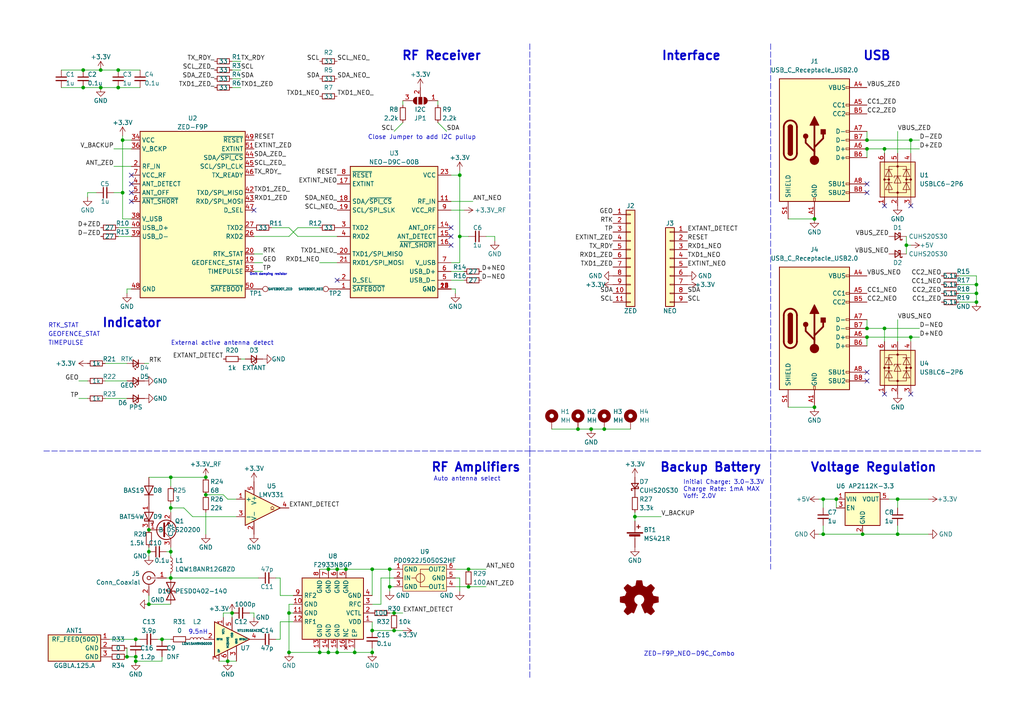
<source format=kicad_sch>
(kicad_sch (version 20211123) (generator eeschema)
  (paper "A4")
  (junction (at 283.21 82.55))
  (junction (at 100.33 165.1))
  (junction (at 49.53 167.64))
  (junction (at 24.13 25.4))
  (junction (at 39.37 191.77))
  (junction (at 135.89 165.1))
  (junction (at 83.82 177.8))
  (junction (at 43.18 175.26))
  (junction (at 95.25 189.23))
  (junction (at 39.37 190.5))
  (junction (at 49.53 147.32))
  (junction (at 113.03 170.18))
  (junction (at 171.45 124.46))
  (junction (at 83.82 189.23))
  (junction (at 97.79 165.1))
  (junction (at 251.46 95.25))
  (junction (at 46.99 185.42))
  (junction (at 264.16 97.79))
  (junction (at 29.21 20.32))
  (junction (at 43.18 153.67))
  (junction (at 35.56 55.88))
  (junction (at 49.53 138.43))
  (junction (at 256.54 95.25))
  (junction (at 59.69 143.51))
  (junction (at 114.3 182.88))
  (junction (at 260.35 154.94))
  (junction (at 29.21 25.4))
  (junction (at 34.29 25.4))
  (junction (at 43.18 160.02))
  (junction (at 242.57 144.78))
  (junction (at 238.76 154.94))
  (junction (at 97.79 189.23))
  (junction (at 34.29 20.32))
  (junction (at 283.21 87.63))
  (junction (at 107.95 165.1))
  (junction (at 49.53 160.02))
  (junction (at 167.64 124.46))
  (junction (at 250.19 154.94))
  (junction (at 95.25 165.1))
  (junction (at 67.31 177.8))
  (junction (at 24.13 20.32))
  (junction (at 59.69 138.43))
  (junction (at 251.46 40.64))
  (junction (at 133.35 50.8))
  (junction (at 184.15 149.86))
  (junction (at 66.04 191.77))
  (junction (at 135.89 170.18))
  (junction (at 107.95 189.23))
  (junction (at 260.35 144.78))
  (junction (at 36.83 190.5))
  (junction (at 107.95 182.88))
  (junction (at 264.16 40.64))
  (junction (at 35.56 40.64))
  (junction (at 256.54 43.18))
  (junction (at 283.21 85.09))
  (junction (at 262.89 71.12))
  (junction (at 238.76 144.78))
  (junction (at 236.22 63.5))
  (junction (at 175.26 124.46))
  (junction (at 236.22 118.11))
  (junction (at 92.71 189.23))
  (junction (at 39.37 185.42))
  (junction (at 113.03 165.1))
  (junction (at 251.46 43.18))
  (junction (at 114.3 177.8))
  (junction (at 133.35 68.58))
  (junction (at 251.46 97.79))
  (junction (at 102.87 189.23))
  (no_connect (at 38.1 50.8))
  (no_connect (at 130.81 71.12))
  (no_connect (at 251.46 53.34))
  (no_connect (at 38.1 55.88))
  (no_connect (at 130.81 66.04))
  (no_connect (at 130.81 68.58))
  (no_connect (at 256.54 114.3))
  (no_connect (at 264.16 114.3))
  (no_connect (at 251.46 55.88))
  (no_connect (at 38.1 53.34))
  (no_connect (at 251.46 110.49))
  (no_connect (at 256.54 59.69))
  (no_connect (at 251.46 107.95))
  (no_connect (at 264.16 59.69))
  (no_connect (at 38.1 58.42))
  (no_connect (at 73.66 60.96))
  (no_connect (at 97.79 81.28))
  (wire (pts (xy 278.13 85.09) (xy 283.21 85.09)))
  (wire (pts (xy 83.82 175.26) (xy 83.82 177.8)))
  (wire (pts (xy 83.82 177.8) (xy 83.82 189.23)))
  (wire (pts (xy 49.53 166.37) (xy 49.53 167.64)))
  (wire (pts (xy 143.51 69.85) (xy 143.51 68.58)))
  (wire (pts (xy 92.71 76.2) (xy 97.79 76.2)))
  (polyline (pts (xy 153.67 130.81) (xy 223.52 130.81)))
  (wire (pts (xy 113.03 170.18) (xy 113.03 171.45)))
  (wire (pts (xy 55.88 149.86) (xy 68.58 149.86)))
  (wire (pts (xy 73.66 68.58) (xy 83.82 68.58)))
  (wire (pts (xy 63.5 191.77) (xy 66.04 191.77)))
  (wire (pts (xy 53.34 147.32) (xy 55.88 149.86)))
  (wire (pts (xy 67.31 22.86) (xy 69.85 22.86)))
  (wire (pts (xy 29.21 20.32) (xy 34.29 20.32)))
  (wire (pts (xy 49.53 147.32) (xy 53.34 147.32)))
  (wire (pts (xy 127 29.21) (xy 127 30.48)))
  (wire (pts (xy 264.16 71.12) (xy 262.89 71.12)))
  (wire (pts (xy 228.6 118.11) (xy 236.22 118.11)))
  (wire (pts (xy 35.56 40.64) (xy 38.1 40.64)))
  (wire (pts (xy 237.49 154.94) (xy 238.76 154.94)))
  (wire (pts (xy 46.99 191.77) (xy 39.37 191.77)))
  (wire (pts (xy 43.18 175.26) (xy 43.18 172.72)))
  (wire (pts (xy 48.26 167.64) (xy 49.53 167.64)))
  (wire (pts (xy 95.25 165.1) (xy 92.71 165.1)))
  (wire (pts (xy 45.72 185.42) (xy 46.99 185.42)))
  (wire (pts (xy 260.35 147.32) (xy 260.35 144.78)))
  (wire (pts (xy 238.76 147.32) (xy 238.76 144.78)))
  (wire (pts (xy 260.35 38.1) (xy 260.35 44.45)))
  (wire (pts (xy 69.85 104.14) (xy 71.12 104.14)))
  (wire (pts (xy 80.01 185.42) (xy 81.28 185.42)))
  (wire (pts (xy 48.26 160.02) (xy 49.53 160.02)))
  (wire (pts (xy 85.09 175.26) (xy 83.82 175.26)))
  (wire (pts (xy 278.13 80.01) (xy 283.21 80.01)))
  (wire (pts (xy 78.74 66.04) (xy 83.82 66.04)))
  (wire (pts (xy 36.83 187.96) (xy 36.83 190.5)))
  (wire (pts (xy 116.84 30.48) (xy 116.84 29.21)))
  (wire (pts (xy 34.29 66.04) (xy 38.1 66.04)))
  (wire (pts (xy 39.37 185.42) (xy 40.64 185.42)))
  (wire (pts (xy 130.81 60.96) (xy 134.62 60.96)))
  (wire (pts (xy 33.02 55.88) (xy 35.56 55.88)))
  (wire (pts (xy 49.53 140.97) (xy 49.53 138.43)))
  (wire (pts (xy 256.54 43.18) (xy 256.54 44.45)))
  (wire (pts (xy 264.16 40.64) (xy 266.7 40.64)))
  (wire (pts (xy 95.25 187.96) (xy 95.25 189.23)))
  (wire (pts (xy 130.81 58.42) (xy 137.16 58.42)))
  (wire (pts (xy 107.95 165.1) (xy 100.33 165.1)))
  (wire (pts (xy 34.29 25.4) (xy 40.64 25.4)))
  (wire (pts (xy 102.87 187.96) (xy 102.87 189.23)))
  (wire (pts (xy 107.95 165.1) (xy 107.95 172.72)))
  (wire (pts (xy 135.89 165.1) (xy 140.97 165.1)))
  (wire (pts (xy 49.53 148.59) (xy 49.53 147.32)))
  (wire (pts (xy 256.54 95.25) (xy 256.54 99.06)))
  (wire (pts (xy 81.28 167.64) (xy 81.28 172.72)))
  (wire (pts (xy 238.76 144.78) (xy 242.57 144.78)))
  (wire (pts (xy 283.21 80.01) (xy 283.21 82.55)))
  (wire (pts (xy 184.15 149.86) (xy 191.77 149.86)))
  (wire (pts (xy 46.99 190.5) (xy 46.99 191.77)))
  (wire (pts (xy 76.2 76.2) (xy 73.66 76.2)))
  (wire (pts (xy 251.46 43.18) (xy 256.54 43.18)))
  (wire (pts (xy 72.39 177.8) (xy 73.66 177.8)))
  (wire (pts (xy 175.26 124.46) (xy 182.88 124.46)))
  (wire (pts (xy 86.36 66.04) (xy 92.71 66.04)))
  (wire (pts (xy 110.49 167.64) (xy 114.3 167.64)))
  (wire (pts (xy 130.81 78.74) (xy 134.62 78.74)))
  (wire (pts (xy 133.35 76.2) (xy 133.35 68.58)))
  (wire (pts (xy 132.08 83.82) (xy 130.81 83.82)))
  (wire (pts (xy 113.03 165.1) (xy 114.3 165.1)))
  (wire (pts (xy 24.13 20.32) (xy 17.78 20.32)))
  (wire (pts (xy 81.28 185.42) (xy 81.28 180.34)))
  (wire (pts (xy 100.33 165.1) (xy 97.79 165.1)))
  (wire (pts (xy 33.02 48.26) (xy 38.1 48.26)))
  (wire (pts (xy 256.54 95.25) (xy 266.7 95.25)))
  (wire (pts (xy 132.08 85.09) (xy 132.08 83.82)))
  (wire (pts (xy 35.56 55.88) (xy 35.56 40.64)))
  (wire (pts (xy 102.87 189.23) (xy 107.95 189.23)))
  (wire (pts (xy 114.3 177.8) (xy 116.84 177.8)))
  (wire (pts (xy 49.53 160.02) (xy 49.53 158.75)))
  (wire (pts (xy 251.46 40.64) (xy 264.16 40.64)))
  (wire (pts (xy 242.57 147.32) (xy 242.57 144.78)))
  (wire (pts (xy 256.54 43.18) (xy 266.7 43.18)))
  (wire (pts (xy 66.04 144.78) (xy 68.58 144.78)))
  (wire (pts (xy 64.77 179.07) (xy 64.77 177.8)))
  (wire (pts (xy 49.53 138.43) (xy 59.69 138.43)))
  (wire (pts (xy 133.35 68.58) (xy 133.35 50.8)))
  (wire (pts (xy 107.95 165.1) (xy 113.03 165.1)))
  (wire (pts (xy 143.51 68.58) (xy 140.97 68.58)))
  (wire (pts (xy 262.89 68.58) (xy 262.89 71.12)))
  (wire (pts (xy 67.31 25.4) (xy 69.85 25.4)))
  (wire (pts (xy 251.46 97.79) (xy 264.16 97.79)))
  (wire (pts (xy 114.3 38.1) (xy 116.84 35.56)))
  (wire (pts (xy 24.13 20.32) (xy 29.21 20.32)))
  (wire (pts (xy 283.21 82.55) (xy 283.21 85.09)))
  (wire (pts (xy 260.35 154.94) (xy 269.24 154.94)))
  (wire (pts (xy 76.2 78.74) (xy 73.66 78.74)))
  (wire (pts (xy 34.29 68.58) (xy 38.1 68.58)))
  (wire (pts (xy 251.46 100.33) (xy 251.46 97.79)))
  (polyline (pts (xy 153.67 12.7) (xy 153.67 130.81)))
  (wire (pts (xy 59.69 154.94) (xy 59.69 148.59)))
  (wire (pts (xy 135.89 170.18) (xy 140.97 170.18)))
  (wire (pts (xy 49.53 160.02) (xy 49.53 161.29)))
  (wire (pts (xy 64.77 143.51) (xy 66.04 144.78)))
  (wire (pts (xy 110.49 175.26) (xy 110.49 167.64)))
  (wire (pts (xy 67.31 17.78) (xy 69.85 17.78)))
  (wire (pts (xy 24.13 25.4) (xy 17.78 25.4)))
  (wire (pts (xy 35.56 40.64) (xy 35.56 39.37)))
  (wire (pts (xy 95.25 189.23) (xy 92.71 189.23)))
  (wire (pts (xy 264.16 97.79) (xy 266.7 97.79)))
  (wire (pts (xy 22.86 110.49) (xy 25.4 110.49)))
  (wire (pts (xy 30.48 115.57) (xy 36.83 115.57)))
  (wire (pts (xy 46.99 185.42) (xy 49.53 185.42)))
  (wire (pts (xy 86.36 66.04) (xy 83.82 68.58)))
  (wire (pts (xy 49.53 147.32) (xy 49.53 146.05)))
  (wire (pts (xy 43.18 105.41) (xy 41.91 105.41)))
  (wire (pts (xy 250.19 154.94) (xy 260.35 154.94)))
  (wire (pts (xy 73.66 177.8) (xy 73.66 179.07)))
  (wire (pts (xy 132.08 167.64) (xy 133.35 167.64)))
  (wire (pts (xy 38.1 63.5) (xy 35.56 63.5)))
  (wire (pts (xy 97.79 187.96) (xy 97.79 189.23)))
  (wire (pts (xy 107.95 175.26) (xy 110.49 175.26)))
  (wire (pts (xy 283.21 85.09) (xy 283.21 87.63)))
  (wire (pts (xy 86.36 68.58) (xy 83.82 66.04)))
  (wire (pts (xy 43.18 161.29) (xy 43.18 160.02)))
  (wire (pts (xy 36.83 83.82) (xy 38.1 83.82)))
  (wire (pts (xy 49.53 167.64) (xy 74.93 167.64)))
  (wire (pts (xy 33.02 43.18) (xy 38.1 43.18)))
  (wire (pts (xy 251.46 38.1) (xy 251.46 40.64)))
  (wire (pts (xy 30.48 110.49) (xy 36.83 110.49)))
  (wire (pts (xy 83.82 177.8) (xy 85.09 177.8)))
  (wire (pts (xy 114.3 182.88) (xy 116.84 182.88)))
  (wire (pts (xy 130.81 76.2) (xy 133.35 76.2)))
  (wire (pts (xy 107.95 180.34) (xy 107.95 182.88)))
  (wire (pts (xy 92.71 187.96) (xy 92.71 189.23)))
  (wire (pts (xy 43.18 175.26) (xy 49.53 175.26)))
  (wire (pts (xy 36.83 85.09) (xy 36.83 83.82)))
  (wire (pts (xy 113.03 177.8) (xy 114.3 177.8)))
  (wire (pts (xy 262.89 71.12) (xy 262.89 73.66)))
  (wire (pts (xy 251.46 92.71) (xy 251.46 95.25)))
  (wire (pts (xy 97.79 165.1) (xy 95.25 165.1)))
  (wire (pts (xy 133.35 50.8) (xy 133.35 49.53)))
  (wire (pts (xy 264.16 40.64) (xy 264.16 44.45)))
  (wire (pts (xy 64.77 177.8) (xy 67.31 177.8)))
  (wire (pts (xy 264.16 97.79) (xy 264.16 99.06)))
  (wire (pts (xy 67.31 20.32) (xy 69.85 20.32)))
  (wire (pts (xy 160.02 124.46) (xy 167.64 124.46)))
  (wire (pts (xy 184.15 149.86) (xy 184.15 151.13)))
  (wire (pts (xy 278.13 82.55) (xy 283.21 82.55)))
  (wire (pts (xy 237.49 144.78) (xy 238.76 144.78)))
  (wire (pts (xy 251.46 45.72) (xy 251.46 43.18)))
  (polyline (pts (xy 223.52 12.7) (xy 223.52 165.1)))
  (wire (pts (xy 29.21 25.4) (xy 34.29 25.4)))
  (wire (pts (xy 113.03 165.1) (xy 113.03 170.18)))
  (wire (pts (xy 34.29 20.32) (xy 40.64 20.32)))
  (wire (pts (xy 130.81 50.8) (xy 133.35 50.8)))
  (polyline (pts (xy 153.67 130.81) (xy 153.67 130.81)))
  (polyline (pts (xy 153.67 130.81) (xy 153.67 196.85)))
  (wire (pts (xy 113.03 170.18) (xy 114.3 170.18)))
  (wire (pts (xy 76.2 73.66) (xy 73.66 73.66)))
  (wire (pts (xy 127 35.56) (xy 129.54 38.1)))
  (polyline (pts (xy 12.7 130.81) (xy 153.67 130.81)))
  (wire (pts (xy 36.83 190.5) (xy 39.37 190.5)))
  (wire (pts (xy 24.13 25.4) (xy 29.21 25.4)))
  (wire (pts (xy 81.28 172.72) (xy 85.09 172.72)))
  (wire (pts (xy 66.04 191.77) (xy 68.58 191.77)))
  (wire (pts (xy 22.86 115.57) (xy 25.4 115.57)))
  (wire (pts (xy 260.35 152.4) (xy 260.35 154.94)))
  (wire (pts (xy 107.95 182.88) (xy 114.3 182.88)))
  (wire (pts (xy 260.35 92.71) (xy 260.35 99.06)))
  (wire (pts (xy 257.81 144.78) (xy 260.35 144.78)))
  (wire (pts (xy 167.64 124.46) (xy 171.45 124.46)))
  (wire (pts (xy 238.76 154.94) (xy 238.76 152.4)))
  (polyline (pts (xy 223.52 130.81) (xy 284.48 130.81)))
  (wire (pts (xy 97.79 189.23) (xy 95.25 189.23)))
  (wire (pts (xy 80.01 167.64) (xy 81.28 167.64)))
  (wire (pts (xy 35.56 63.5) (xy 35.56 55.88)))
  (wire (pts (xy 132.08 165.1) (xy 135.89 165.1)))
  (wire (pts (xy 171.45 124.46) (xy 175.26 124.46)))
  (wire (pts (xy 31.75 185.42) (xy 39.37 185.42)))
  (wire (pts (xy 25.4 55.88) (xy 27.94 55.88)))
  (wire (pts (xy 260.35 144.78) (xy 269.24 144.78)))
  (wire (pts (xy 43.18 160.02) (xy 43.18 158.75)))
  (wire (pts (xy 43.18 138.43) (xy 49.53 138.43)))
  (wire (pts (xy 25.4 57.15) (xy 25.4 55.88)))
  (wire (pts (xy 39.37 191.77) (xy 39.37 190.5)))
  (wire (pts (xy 59.69 143.51) (xy 64.77 143.51)))
  (wire (pts (xy 102.87 189.23) (xy 97.79 189.23)))
  (wire (pts (xy 83.82 189.23) (xy 92.71 189.23)))
  (wire (pts (xy 278.13 87.63) (xy 283.21 87.63)))
  (wire (pts (xy 107.95 187.96) (xy 107.95 189.23)))
  (wire (pts (xy 97.79 68.58) (xy 86.36 68.58)))
  (wire (pts (xy 133.35 68.58) (xy 135.89 68.58)))
  (wire (pts (xy 133.35 167.64) (xy 133.35 171.45)))
  (wire (pts (xy 67.31 177.8) (xy 67.31 179.07)))
  (wire (pts (xy 81.28 180.34) (xy 85.09 180.34)))
  (wire (pts (xy 132.08 170.18) (xy 135.89 170.18)))
  (wire (pts (xy 228.6 63.5) (xy 236.22 63.5)))
  (wire (pts (xy 130.81 81.28) (xy 134.62 81.28)))
  (wire (pts (xy 30.48 105.41) (xy 36.83 105.41)))
  (wire (pts (xy 251.46 95.25) (xy 256.54 95.25)))
  (wire (pts (xy 238.76 154.94) (xy 250.19 154.94)))
  (wire (pts (xy 184.15 148.59) (xy 184.15 149.86)))
  (text "USB" (at 250.19 17.78 0) (effects (font (size 2.54 2.54) (thickness 0.508) bold) (justify left bottom)))
  (text "RF Amplifiers" (at 151.13 137.16 180) (effects (font (size 2.54 2.54) (thickness 0.508) bold) (justify right bottom)))
  (text "Interface" (at 191.77 17.78 0) (effects (font (size 2.54 2.54) (thickness 0.508) bold) (justify left bottom)))
  (text "RTK_STAT" (at 13.97 95.25 0) (effects (font (size 1.27 1.27)) (justify left bottom)))
  (text "Indicator" (at 46.99 95.25 180) (effects (font (size 2.54 2.54) (thickness 0.508) bold) (justify right bottom)))
  (text "Initial Charge: 3.0-3.3V\nCharge Rate: 1mA MAX\nVoff: 2.0V" (at 198.12 144.78 0) (effects (font (size 1.27 1.27)) (justify left bottom)))
  (text "TIMEPULSE" (at 13.97 100.33 0) (effects (font (size 1.27 1.27)) (justify left bottom)))
  (text "9.5nH" (at 54.61 184.15 0) (effects (font (size 1.27 1.27)) (justify left bottom)))
  (text "Backup Battery" (at 220.98 137.16 180) (effects (font (size 2.54 2.54) (thickness 0.508) bold) (justify right bottom)))
  (text "Auto antenna select" (at 125.73 139.7 0) (effects (font (size 1.27 1.27)) (justify left bottom)))
  (text "RF Receiver" (at 139.7 17.78 180) (effects (font (size 2.54 2.54) (thickness 0.508) bold) (justify right bottom)))
  (text "GEOFENCE_STAT" (at 13.97 97.79 0) (effects (font (size 1.27 1.27)) (justify left bottom)))
  (text "ZED-F9P_NEO-D9C_Combo" (at 186.69 190.5 0) (effects (font (size 1.27 1.27)) (justify left bottom)))
  (text "Omit damping resistor" (at 72.39 80.01 0) (effects (font (size 0.635 0.635)) (justify left bottom)))
  (text "Close Jumper to add I2C pullup" (at 106.68 40.64 0) (effects (font (size 1.27 1.27)) (justify left bottom)))
  (text "External active antenna detect" (at 49.53 100.33 0) (effects (font (size 1.27 1.27)) (justify left bottom)))
  (text "Voltage Regulation" (at 271.78 137.16 180) (effects (font (size 2.54 2.54) (thickness 0.508) bold) (justify right bottom)))
  (label "RESET" (at 73.66 40.64 0))
  (label "VBUS_NEO" (at 257.81 73.66 180))
  (label "ANT_ZED" (at 140.97 170.18 0))
  (label "TXD1_NEO_" (at 97.79 73.66 180))
  (label "D+NEO" (at 139.7 78.74 0))
  (label "TXD1_NEO" (at 199.39 74.93 0))
  (label "SDA" (at 69.85 22.86 0))
  (label "GEO" (at 177.8 62.23 180))
  (label "RTK" (at 177.8 64.77 180))
  (label "SCL_ZED_" (at 73.66 48.26 0))
  (label "SCL" (at 69.85 20.32 0))
  (label "TXD1_ZED" (at 69.85 25.4 0))
  (label "ANT_NEO" (at 140.97 165.1 0))
  (label "CC2_ZED" (at 251.46 33.02 0))
  (label "V_BACKUP" (at 191.77 149.86 0))
  (label "CC2_NEO" (at 273.05 80.01 180))
  (label "VBUS_ZED" (at 260.35 38.1 0))
  (label "ANT_ZED" (at 33.02 48.26 180))
  (label "TXD1_ZED_" (at 73.66 55.88 0))
  (label "SCL" (at 177.8 87.63 180))
  (label "TP" (at 177.8 67.31 180))
  (label "GEO" (at 76.2 76.2 0))
  (label "RTK" (at 76.2 73.66 0))
  (label "TXD1_ZED_" (at 62.23 25.4 180))
  (label "D+ZED" (at 266.7 43.18 0))
  (label "RESET" (at 97.79 50.8 180))
  (label "SDA_ZED_" (at 62.23 22.86 180))
  (label "SDA" (at 129.54 38.1 0))
  (label "D+NEO" (at 266.7 97.79 0))
  (label "CC1_NEO" (at 251.46 85.09 0))
  (label "SDA_ZED_" (at 73.66 45.72 0))
  (label "SCL_NEO_" (at 97.79 60.96 180))
  (label "SCL_NEO_" (at 97.79 17.78 0))
  (label "TXD1_NEO_" (at 97.79 27.94 0))
  (label "VBUS_ZED" (at 251.46 25.4 0))
  (label "RXD1_NEO" (at 92.71 76.2 180))
  (label "D-NEO" (at 266.7 95.25 0))
  (label "TX_RDY" (at 69.85 17.78 0))
  (label "SDA" (at 177.8 85.09 180))
  (label "SDA_NEO_" (at 97.79 58.42 180))
  (label "EXTINT_ZED" (at 177.8 69.85 180))
  (label "EXTANT_DETECT" (at 64.77 104.14 180))
  (label "EXTANT_DETECT" (at 83.82 147.32 0))
  (label "RXD1_NEO" (at 199.39 72.39 0))
  (label "SCL_ZED_" (at 62.23 20.32 180))
  (label "CC2_ZED" (at 273.05 85.09 180))
  (label "GEO" (at 22.86 110.49 180))
  (label "TP" (at 76.2 78.74 0))
  (label "CC1_ZED" (at 273.05 87.63 180))
  (label "VBUS_NEO" (at 260.35 92.71 0))
  (label "D-NEO" (at 139.7 81.28 0))
  (label "D-ZED" (at 29.21 68.58 180))
  (label "VBUS_ZED" (at 257.81 68.58 180))
  (label "VBUS_NEO" (at 251.46 80.01 0))
  (label "SCL" (at 114.3 38.1 180))
  (label "TX_RDY_" (at 62.23 17.78 180))
  (label "CC1_ZED" (at 251.46 30.48 0))
  (label "TXD1_NEO" (at 92.71 27.94 180))
  (label "TX_RDY" (at 177.8 72.39 180))
  (label "SCL" (at 92.71 17.78 180))
  (label "RXD1_ZED" (at 177.8 74.93 180))
  (label "CC1_NEO" (at 273.05 82.55 180))
  (label "SDA" (at 199.39 85.09 0))
  (label "EXTINT_NEO" (at 199.39 77.47 0))
  (label "EXTANT_DETECT" (at 116.84 177.8 0))
  (label "ANT_NEO" (at 137.16 58.42 0))
  (label "D+ZED" (at 29.21 66.04 180))
  (label "EXTINT_NEO" (at 97.79 53.34 180))
  (label "RESET" (at 199.39 69.85 0))
  (label "TP" (at 22.86 115.57 180))
  (label "CC2_NEO" (at 251.46 87.63 0))
  (label "TXD1_ZED" (at 177.8 77.47 180))
  (label "SDA_NEO_" (at 97.79 22.86 0))
  (label "D-ZED" (at 266.7 40.64 0))
  (label "RXD1_ZED" (at 73.66 58.42 0))
  (label "SCL" (at 199.39 87.63 0))
  (label "SDA" (at 92.71 22.86 180))
  (label "V_BACKUP" (at 33.02 43.18 180))
  (label "TX_RDY_" (at 73.66 50.8 0))
  (label "RTK" (at 43.18 105.41 0))
  (label "EXTANT_DETECT" (at 199.39 67.31 0))
  (label "EXTINT_ZED" (at 73.66 43.18 0))
  (symbol (lib_id "power:GND") (at 171.45 124.46 0) (unit 1)
    (property "Reference" "#PWR025" (effects hide))
    (property "Value" "GND" (at 171.45 128.27 0))
  )
  (symbol (lib_id "Graphic:Logo_Open_Hardware_Small") (at 185.42 173.99 0) (unit 1)
    (property "Reference" "#LOGO1" (effects hide))
    (property "Value" "Logo_Open_Hardware_Small" (effects hide))
  )
  (symbol (lib_id "Device:R_Small") (at 275.59 87.63 90) (unit 1)
    (property "Reference" "R19" (at 279.4 86.36 90))
    (property "Value" "5.1k" (at 275.59 87.63 90))
    (property "Footprint" "Resistor_SMD:R_0603_1608Metric" (effects hide))
  )
  (symbol (lib_id "Mechanical:MountingHole_Pad") (at 160.02 121.92 0) (unit 1)
    (property "Reference" "H1" (at 162.56 119.3799 0) (effects (justify left)))
    (property "Value" "MH" (at 162.56 121.9199 0) (effects (justify left)))
    (property "Footprint" "MountingHole:MountingHole_2.2mm_M2_Pad_Via" (effects hide))
  )
  (symbol (lib_id "Device:R_Small") (at 34.29 187.96 90) (unit 1)
    (property "Reference" "R33" (at 34.29 185.42 90))
    (property "Value" "0" (at 34.29 187.96 90))
    (property "Footprint" "Resistor_SMD:R_0402_1005Metric" (effects hide))
  )
  (symbol (lib_id "Device:R_Small") (at 137.16 81.28 90) (unit 1)
    (property "Reference" "R16" (at 133.35 80.01 90))
    (property "Value" "27" (at 137.16 81.28 90))
    (property "Footprint" "Resistor_SMD:R_0603_1608Metric" (effects hide))
  )
  (symbol (lib_id "Device:R_Small") (at 64.77 25.4 90) (unit 1)
    (property "Reference" "R6" (at 68.58 24.13 90))
    (property "Value" "33" (at 64.77 25.4 90))
    (property "Footprint" "Resistor_SMD:R_0603_1608Metric" (effects hide))
  )
  (symbol (lib_id "Device:R_Small") (at 67.31 104.14 90) (unit 1)
    (property "Reference" "R20" (at 67.31 101.6 90))
    (property "Value" "1k" (at 67.31 106.68 90))
    (property "Footprint" "Resistor_SMD:R_0603_1608Metric" (effects hide))
  )
  (symbol (lib_id "PD0922J5050S2HF:PD0922J5050S2HF") (at 123.19 167.64 0) (unit 1)
    (property "Reference" "U9" (at 123.19 160.02 0))
    (property "Value" "PD0922J5050S2HF" (at 123.19 162.56 0))
    (property "Footprint" "PD0922J5050S2HF:PD0922J5050S2HF_ANA" (effects hide))
    (property "Datasheet" "https://cdn.ttm.com/repository/products/wireless-xinger/power-dividers/PD0922J5050S2HF/PD0922J5050S2HF_97_D.pdf" (effects hide))
  )
  (symbol (lib_id "Mechanical:MountingHole_Pad") (at 175.26 121.92 0) (unit 1)
    (property "Reference" "H3" (at 177.8 119.3799 0) (effects (justify left)))
    (property "Value" "MH" (at 177.8 121.9199 0) (effects (justify left)))
    (property "Footprint" "MountingHole:MountingHole_2.2mm_M2_Pad_Via" (effects hide))
  )
  (symbol (lib_id "NT1191GEAE3S:NT1191GEAE3S") (at 66.04 185.42 0) (unit 1)
    (property "Reference" "U7" (at 71.12 187.96 0))
    (property "Value" "NT1191GEAE3S" (at 72.39 182.88 0) (effects (font (size 0.635 0.635))))
    (property "Footprint" "NT1191GEAE3S:NT1191GEAE3S" (effects hide))
  )
  (symbol (lib_id "Device:C_Small") (at 238.76 149.86 0) (unit 1)
    (property "Reference" "C7" (at 240.03 148.59 0) (effects (justify left)))
    (property "Value" "1u" (at 240.03 151.13 0) (effects (justify left)))
    (property "Footprint" "Capacitor_SMD:C_0603_1608Metric" (effects hide))
  )
  (symbol (lib_id "power:GND") (at 132.08 85.09 0) (unit 1)
    (property "Reference" "#PWR017" (effects hide))
    (property "Value" "GND" (at 132.08 88.9 0))
  )
  (symbol (lib_id "Connector_Generic:Conn_01x11") (at 182.88 74.93 0) (unit 1)
    (property "Reference" "J2" (at 182.88 59.69 0))
    (property "Value" "ZED" (at 182.88 90.17 0))
    (property "Footprint" "Connector_PinHeader_2.54mm:PinHeader_1x11_P2.54mm_Vertical" (effects hide))
  )
  (symbol (lib_id "power:GND") (at 133.35 171.45 0) (mirror y) (unit 1)
    (property "Reference" "#PWR038" (effects hide))
    (property "Value" "GND" (at 129.54 172.72 0))
  )
  (symbol (lib_id "power:GND") (at 39.37 191.77 0) (mirror y) (unit 1)
    (property "Reference" "#PWR045" (effects hide))
    (property "Value" "GND" (at 39.37 195.58 0))
  )
  (symbol (lib_id "power:+5V") (at 237.49 144.78 90) (unit 1)
    (property "Reference" "#PWR029" (effects hide))
    (property "Value" "+5V" (at 234.95 144.78 90) (effects (justify left)))
  )
  (symbol (lib_id "power:+3.3V") (at 29.21 20.32 0) (unit 1)
    (property "Reference" "#PWR01" (effects hide))
    (property "Value" "+3.3V" (at 29.21 16.51 0))
  )
  (symbol (lib_id "Device:LED_Small") (at 73.66 104.14 180) (unit 1)
    (property "Reference" "D3" (at 73.66 101.6 0))
    (property "Value" "EXTANT" (at 73.66 106.68 0))
    (property "Footprint" "LED_SMD:LED_0603_1608Metric" (effects hide))
  )
  (symbol (lib_id "Device:LED_Small") (at 39.37 115.57 180) (unit 1)
    (property "Reference" "D6" (at 35.56 116.84 0))
    (property "Value" "PPS" (at 39.37 118.11 0))
    (property "Footprint" "LED_SMD:LED_0603_1608Metric" (effects hide))
  )
  (symbol (lib_id "power:+3.3V") (at 269.24 144.78 270) (unit 1)
    (property "Reference" "#PWR030" (effects hide))
    (property "Value" "+3.3V" (at 271.78 144.78 90) (effects (justify left)))
  )
  (symbol (lib_id "Device:R_Small") (at 64.77 22.86 90) (unit 1)
    (property "Reference" "R4" (at 68.58 21.59 90))
    (property "Value" "33" (at 64.77 22.86 90))
    (property "Footprint" "Resistor_SMD:R_0603_1608Metric" (effects hide))
  )
  (symbol (lib_id "Device:R_Small") (at 135.89 167.64 180) (unit 1)
    (property "Reference" "R29" (at 137.16 166.37 0) (effects (justify right)))
    (property "Value" "100" (at 137.16 168.91 0) (effects (justify right)))
    (property "Footprint" "Resistor_SMD:R_0603_1608Metric" (effects hide))
  )
  (symbol (lib_id "Device:D_Schottky_Small") (at 260.35 68.58 180) (unit 1)
    (property "Reference" "D1" (at 260.35 66.04 0))
    (property "Value" "CUHS20S30" (at 269.24 68.58 0))
    (property "Footprint" "CUHS20S30:CUHS20S30" (effects hide))
  )
  (symbol (lib_id "Device:R_Small") (at 275.59 82.55 90) (unit 1)
    (property "Reference" "R17" (at 279.4 81.28 90))
    (property "Value" "5.1k" (at 275.59 82.55 90))
    (property "Footprint" "Resistor_SMD:R_0603_1608Metric" (effects hide))
  )
  (symbol (lib_id "Device:C_Small") (at 260.35 149.86 0) (unit 1)
    (property "Reference" "C8" (at 256.54 148.59 0) (effects (justify left)))
    (property "Value" "1u" (at 256.54 151.13 0) (effects (justify left)))
    (property "Footprint" "Capacitor_SMD:C_0603_1608Metric" (effects hide))
  )
  (symbol (lib_id "Device:C_Small") (at 107.95 185.42 0) (unit 1)
    (property "Reference" "C15" (at 109.22 184.15 0) (effects (justify left)))
    (property "Value" "0.1u" (at 109.22 186.69 0) (effects (justify left)))
    (property "Footprint" "Capacitor_SMD:C_0603_1608Metric" (effects hide))
  )
  (symbol (lib_id "Device:D_Schottky_Small") (at 260.35 73.66 180) (unit 1)
    (property "Reference" "D2" (at 260.35 76.2 0))
    (property "Value" "CUHS20S30" (at 269.24 73.66 0))
    (property "Footprint" "CUHS20S30:CUHS20S30" (effects hide))
  )
  (symbol (lib_id "power:+3.3V") (at 67.31 177.8 0) (unit 1)
    (property "Reference" "#PWR040" (effects hide))
    (property "Value" "+3.3V" (at 63.5 176.53 0))
  )
  (symbol (lib_id "Device:C_Small") (at 40.64 22.86 0) (unit 1)
    (property "Reference" "C4" (at 41.91 21.59 0) (effects (justify left)))
    (property "Value" "0.1u" (at 41.91 24.13 0) (effects (justify left)))
    (property "Footprint" "Capacitor_SMD:C_0603_1608Metric" (effects hide))
  )
  (symbol (lib_id "power:GND") (at 107.95 189.23 0) (mirror y) (unit 1)
    (property "Reference" "#PWR044" (effects hide))
    (property "Value" "GND" (at 107.95 193.04 0))
  )
  (symbol (lib_id "Device:R_Small") (at 31.75 66.04 90) (unit 1)
    (property "Reference" "R10" (at 35.56 64.77 90))
    (property "Value" "27" (at 31.75 66.04 90))
    (property "Footprint" "Resistor_SMD:R_0603_1608Metric" (effects hide))
  )
  (symbol (lib_id "Connector:USB_C_Receptacle_USB2.0") (at 236.22 95.25 0) (unit 1)
    (property "Reference" "J4" (at 236.22 72.39 0))
    (property "Value" "USB_C_Receptacle_USB2.0" (at 236.22 74.93 0))
    (property "Footprint" "Connector_USB_extlib:USB_C_Receptacle_5077CR-16-SMC2-BK-TR" (effects hide))
    (property "Datasheet" "https://www.usb.org/sites/default/files/documents/usb_type-c.zip" (effects hide))
  )
  (symbol (lib_id "Device:R_Small") (at 59.69 140.97 0) (unit 1)
    (property "Reference" "R24" (at 60.96 139.7 0) (effects (justify left)))
    (property "Value" "68" (at 60.96 142.24 0) (effects (justify left)))
    (property "Footprint" "Resistor_SMD:R_0603_1608Metric" (effects hide))
  )
  (symbol (lib_id "power:GND") (at 29.21 25.4 0) (mirror y) (unit 1)
    (property "Reference" "#PWR02" (effects hide))
    (property "Value" "GND" (at 29.21 29.21 0))
  )
  (symbol (lib_id "power:GND") (at 260.35 59.69 0) (unit 1)
    (property "Reference" "#PWR07" (effects hide))
    (property "Value" "GND" (at 260.35 63.5 0))
  )
  (symbol (lib_id "Device:LED_Small") (at 39.37 110.49 180) (unit 1)
    (property "Reference" "D5" (at 41.91 109.22 0))
    (property "Value" "GEO" (at 36.83 111.76 0))
    (property "Footprint" "LED_SMD:LED_0603_1608Metric" (effects hide))
  )
  (symbol (lib_id "Device:Battery_Cell") (at 184.15 156.21 0) (unit 1)
    (property "Reference" "BT1" (at 186.69 153.67 0) (effects (justify left)))
    (property "Value" "MS421R" (at 186.69 156.21 0) (effects (justify left)))
    (property "Footprint" "Battery_extlib:MS421R" (effects hide))
  )
  (symbol (lib_id "Connector:TestPoint") (at 73.66 83.82 270) (unit 1)
    (property "Reference" "TP1" (at 72.39 85.09 90) (effects (justify left)))
    (property "Value" "SAFEBOOT_ZED" (at 81.28 83.82 90) (effects (font (size 0.635 0.635))))
    (property "Footprint" "TestPoint:TestPoint_Pad_D1.0mm" (effects hide))
  )
  (symbol (lib_id "Device:C_Small") (at 30.48 55.88 90) (unit 1)
    (property "Reference" "C5" (at 31.75 53.34 90) (effects (justify left)))
    (property "Value" "1u" (at 30.48 58.42 90))
    (property "Footprint" "Capacitor_SMD:C_0603_1608Metric" (effects hide))
  )
  (symbol (lib_id "Diode:BAS19") (at 43.18 142.24 270) (mirror x) (unit 1)
    (property "Reference" "D8" (at 45.72 142.24 90))
    (property "Value" "BAS19" (at 41.91 142.24 90) (effects (justify right)))
    (property "Footprint" "Package_TO_SOT_SMD:SOT-23" (effects hide))
    (property "Datasheet" "https://www.diodes.com/assets/Datasheets/Ds12004.pdf" (effects hide))
  )
  (symbol (lib_id "Device:R_Small") (at 34.29 190.5 90) (unit 1)
    (property "Reference" "R34" (at 34.29 193.04 90))
    (property "Value" "0" (at 34.29 190.5 90))
    (property "Footprint" "Resistor_SMD:R_0402_1005Metric" (effects hide))
  )
  (symbol (lib_name "USB_C_Receptacle_USB2.0_1") (lib_id "Connector:USB_C_Receptacle_USB2.0") (at 236.22 40.64 0) (unit 1)
    (property "Reference" "J1" (at 236.22 17.78 0))
    (property "Value" "USB_C_Receptacle_USB2.0" (at 236.22 20.32 0))
    (property "Footprint" "Connector_USB_extlib:USB_C_Receptacle_5077CR-16-SMC2-BK-TR" (effects hide))
    (property "Datasheet" "https://www.usb.org/sites/default/files/documents/usb_type-c.zip" (effects hide))
  )
  (symbol (lib_id "Device:D_Schottky_Small") (at 184.15 140.97 90) (unit 1)
    (property "Reference" "D7" (at 185.42 139.7 90) (effects (justify right)))
    (property "Value" "CUHS20S30" (at 185.42 142.24 90) (effects (justify right)))
    (property "Footprint" "CUHS20S30:CUHS20S30" (effects hide))
  )
  (symbol (lib_id "Device:C_Small") (at 34.29 22.86 0) (unit 1)
    (property "Reference" "C3" (at 35.56 21.59 0) (effects (justify left)))
    (property "Value" "1u" (at 35.56 24.13 0) (effects (justify left)))
    (property "Footprint" "Capacitor_SMD:C_0603_1608Metric" (effects hide))
  )
  (symbol (lib_id "Device:R_Small") (at 43.18 156.21 0) (mirror x) (unit 1)
    (property "Reference" "R28" (at 40.64 154.94 0))
    (property "Value" "1.5k" (at 41.91 157.48 0) (effects (justify right)))
    (property "Footprint" "Resistor_SMD:R_0603_1608Metric" (effects hide))
  )
  (symbol (lib_id "Device:R_Small") (at 275.59 80.01 90) (unit 1)
    (property "Reference" "R15" (at 279.4 78.74 90))
    (property "Value" "5.1k" (at 275.59 80.01 90))
    (property "Footprint" "Resistor_SMD:R_0603_1608Metric" (effects hide))
  )
  (symbol (lib_id "power:GND") (at 43.18 161.29 0) (mirror y) (unit 1)
    (property "Reference" "#PWR036" (effects hide))
    (property "Value" "GND" (at 40.64 161.29 0))
  )
  (symbol (lib_id "power:GND") (at 236.22 63.5 0) (unit 1)
    (property "Reference" "#PWR09" (effects hide))
    (property "Value" "GND" (at 236.22 67.31 0))
  )
  (symbol (lib_id "Power_Protection:USBLC6-2P6") (at 260.35 106.68 0) (unit 1)
    (property "Reference" "U4" (at 266.7 105.41 0) (effects (justify left)))
    (property "Value" "USBLC6-2P6" (at 266.7 107.95 0) (effects (justify left)))
    (property "Footprint" "Package_TO_SOT_SMD:SOT-666" (effects hide))
    (property "Datasheet" "https://www.st.com/resource/en/datasheet/usblc6-2.pdf" (effects hide))
  )
  (symbol (lib_id "power:GND") (at 237.49 154.94 270) (unit 1)
    (property "Reference" "#PWR033" (effects hide))
    (property "Value" "GND" (at 232.41 154.94 90))
  )
  (symbol (lib_id "Device:C_Small") (at 39.37 187.96 0) (unit 1)
    (property "Reference" "C16" (at 40.64 187.96 0) (effects (justify left)))
    (property "Value" "1.2p" (at 40.64 190.5 0) (effects (justify left)))
    (property "Footprint" "Capacitor_SMD:C_0402_1005Metric" (effects hide))
  )
  (symbol (lib_id "Device:C_Small") (at 46.99 187.96 0) (unit 1)
    (property "Reference" "C9" (at 48.26 187.96 0) (effects (justify left)))
    (property "Value" "DNF" (at 48.26 190.5 0) (effects (justify left)))
    (property "Footprint" "Capacitor_SMD:C_0402_1005Metric" (effects hide))
  )
  (symbol (lib_id "power:GND") (at 199.39 80.01 90) (mirror x) (unit 1)
    (property "Reference" "#PWR013" (effects hide))
    (property "Value" "GND" (at 204.47 80.01 90))
  )
  (symbol (lib_id "power:+3.3V") (at 116.84 182.88 270) (unit 1)
    (property "Reference" "#PWR042" (effects hide))
    (property "Value" "+3.3V" (at 118.11 184.15 90))
  )
  (symbol (lib_id "Device:R_Small") (at 116.84 33.02 0) (unit 1)
    (property "Reference" "R8" (at 115.57 31.75 0) (effects (justify right)))
    (property "Value" "2.2k" (at 115.57 34.29 0) (effects (justify right)))
    (property "Footprint" "Resistor_SMD:R_0603_1608Metric" (effects hide))
  )
  (symbol (lib_id "Device:C_Small") (at 43.18 185.42 90) (unit 1)
    (property "Reference" "C13" (at 43.18 180.34 90))
    (property "Value" "3.9p" (at 43.18 182.88 90))
    (property "Footprint" "Capacitor_SMD:C_0402_1005Metric" (effects hide))
  )
  (symbol (lib_id "power:GND") (at 283.21 87.63 0) (unit 1)
    (property "Reference" "#PWR018" (effects hide))
    (property "Value" "GND" (at 279.4 88.9 0))
  )
  (symbol (lib_id "Device:C_Small") (at 24.13 22.86 0) (unit 1)
    (property "Reference" "C2" (at 25.4 21.59 0) (effects (justify left)))
    (property "Value" "0.1u" (at 25.4 24.13 0) (effects (justify left)))
    (property "Footprint" "Capacitor_SMD:C_0603_1608Metric" (effects hide))
  )
  (symbol (lib_id "Mechanical:MountingHole_Pad") (at 167.64 121.92 0) (unit 1)
    (property "Reference" "H2" (at 170.18 119.3799 0) (effects (justify left)))
    (property "Value" "MH" (at 170.18 121.9199 0) (effects (justify left)))
    (property "Footprint" "MountingHole:MountingHole_2.2mm_M2_Pad_Via" (effects hide))
  )
  (symbol (lib_id "power:GND") (at 83.82 189.23 0) (mirror y) (unit 1)
    (property "Reference" "#PWR043" (effects hide))
    (property "Value" "GND" (at 83.82 193.04 0))
  )
  (symbol (lib_id "Device:R_Small") (at 95.25 66.04 90) (unit 1)
    (property "Reference" "R12" (at 91.44 64.77 90))
    (property "Value" "33" (at 95.25 66.04 90))
    (property "Footprint" "Resistor_SMD:R_0603_1608Metric" (effects hide))
  )
  (symbol (lib_id "power:GND") (at 73.66 154.94 0) (unit 1)
    (property "Reference" "#PWR032" (effects hide))
    (property "Value" "GND" (at 73.66 158.75 0))
  )
  (symbol (lib_id "Device:R_Small") (at 27.94 105.41 90) (unit 1)
    (property "Reference" "R21" (at 31.75 104.14 90))
    (property "Value" "1k" (at 27.94 105.41 90))
    (property "Footprint" "Resistor_SMD:R_0603_1608Metric" (effects hide))
  )
  (symbol (lib_id "Device:R_Small") (at 59.69 146.05 0) (unit 1)
    (property "Reference" "R26" (at 60.96 144.78 0) (effects (justify left)))
    (property "Value" "22k" (at 60.96 147.32 0) (effects (justify left)))
    (property "Footprint" "Resistor_SMD:R_0603_1608Metric" (effects hide))
  )
  (symbol (lib_id "power:+3.3V") (at 121.92 25.4 0) (unit 1)
    (property "Reference" "#PWR03" (effects hide))
    (property "Value" "+3.3V" (at 121.92 21.59 0))
  )
  (symbol (lib_id "power:GND") (at 59.69 154.94 0) (unit 1)
    (property "Reference" "#PWR031" (effects hide))
    (property "Value" "GND" (at 59.69 158.75 0))
  )
  (symbol (lib_id "power:+5V") (at 264.16 71.12 270) (unit 1)
    (property "Reference" "#PWR011" (effects hide))
    (property "Value" "+5V" (at 266.7 71.12 90) (effects (justify left)))
  )
  (symbol (lib_id "Device:R_Small") (at 127 33.02 0) (unit 1)
    (property "Reference" "R9" (at 128.27 31.75 0) (effects (justify left)))
    (property "Value" "2.2k" (at 128.27 34.29 0) (effects (justify left)))
    (property "Footprint" "Resistor_SMD:R_0603_1608Metric" (effects hide))
  )
  (symbol (lib_id "power:GND") (at 269.24 154.94 90) (unit 1)
    (property "Reference" "#PWR034" (effects hide))
    (property "Value" "GND" (at 274.32 154.94 90))
  )
  (symbol (lib_id "Device:R_Small") (at 64.77 17.78 90) (unit 1)
    (property "Reference" "R1" (at 68.58 16.51 90))
    (property "Value" "33" (at 64.77 17.78 90))
    (property "Footprint" "Resistor_SMD:R_0603_1608Metric" (effects hide))
  )
  (symbol (lib_id "power:GND") (at 184.15 158.75 0) (unit 1)
    (property "Reference" "#PWR035" (effects hide))
    (property "Value" "GND" (at 184.15 162.56 0))
  )
  (symbol (lib_id "power:+3.3V") (at 199.39 82.55 270) (mirror x) (unit 1)
    (property "Reference" "#PWR015" (effects hide))
    (property "Value" "+3.3V" (at 204.47 82.55 90))
  )
  (symbol (lib_id "Regulator_Linear:AP2112K-3.3") (at 250.19 147.32 0) (unit 1)
    (property "Reference" "U6" (at 243.84 140.97 0))
    (property "Value" "AP2112K-3.3" (at 252.73 140.97 0))
    (property "Footprint" "Package_TO_SOT_SMD:SOT-23-5" (effects hide))
    (property "Datasheet" "https://www.diodes.com/assets/Datasheets/AP2112.pdf" (effects hide))
  )
  (symbol (lib_id "Device:C_Small") (at 17.78 22.86 0) (unit 1)
    (property "Reference" "C1" (at 19.05 21.59 0) (effects (justify left)))
    (property "Value" "1u" (at 19.05 24.13 0) (effects (justify left)))
    (property "Footprint" "Capacitor_SMD:C_0603_1608Metric" (effects hide))
  )
  (symbol (lib_id "Device:C_Small") (at 138.43 68.58 270) (mirror x) (unit 1)
    (property "Reference" "C6" (at 137.16 66.04 90) (effects (justify left)))
    (property "Value" "1u" (at 138.43 71.12 90))
    (property "Footprint" "Capacitor_SMD:C_0603_1608Metric" (effects hide))
  )
  (symbol (lib_id "power:GND") (at 177.8 80.01 270) (unit 1)
    (property "Reference" "#PWR012" (effects hide))
    (property "Value" "GND" (at 172.72 80.01 90))
  )
  (symbol (lib_id "Device:R_Small") (at 27.94 110.49 90) (unit 1)
    (property "Reference" "R22" (at 31.75 109.22 90))
    (property "Value" "1k" (at 27.94 110.49 90))
    (property "Footprint" "Resistor_SMD:R_0603_1608Metric" (effects hide))
  )
  (symbol (lib_id "Device:C_Small") (at 77.47 185.42 270) (mirror x) (unit 1)
    (property "Reference" "C14" (at 77.47 182.88 90))
    (property "Value" "47p" (at 77.47 187.96 90))
    (property "Footprint" "Capacitor_SMD:C_0402_1005Metric" (effects hide))
  )
  (symbol (lib_id "Device:R_Small") (at 27.94 115.57 90) (unit 1)
    (property "Reference" "R23" (at 31.75 114.3 90))
    (property "Value" "1k" (at 27.94 115.57 90))
    (property "Footprint" "Resistor_SMD:R_0603_1608Metric" (effects hide))
  )
  (symbol (lib_id "power:GND") (at 113.03 171.45 0) (mirror y) (unit 1)
    (property "Reference" "#PWR037" (effects hide))
    (property "Value" "GND" (at 116.84 172.72 0))
  )
  (symbol (lib_id "Jumper:SolderJumper_3_Open") (at 121.92 29.21 180) (unit 1)
    (property "Reference" "JP1" (at 121.92 34.29 0))
    (property "Value" "I2C" (at 121.92 31.75 0))
    (property "Footprint" "Jumper_extlib:SolderJumper-3_Open_RoundedPad" (effects hide))
  )
  (symbol (lib_id "power:GND") (at 76.2 104.14 90) (unit 1)
    (property "Reference" "#PWR019" (effects hide))
    (property "Value" "GND" (at 78.74 104.14 90) (effects (justify right)))
  )
  (symbol (lib_id "Diode:BAT54W") (at 43.18 149.86 270) (mirror x) (unit 1)
    (property "Reference" "D9" (at 45.72 149.86 90))
    (property "Value" "BAT54W" (at 41.91 149.86 90) (effects (justify right)))
    (property "Footprint" "Package_TO_SOT_SMD:SOT-23" (effects hide))
    (property "Datasheet" "https://assets.nexperia.com/documents/data-sheet/BAT54W_SER.pdf" (effects hide))
  )
  (symbol (lib_id "power:+3.3V") (at 133.35 49.53 0) (unit 1)
    (property "Reference" "#PWR05" (effects hide))
    (property "Value" "+3.3V" (at 133.35 45.72 0))
  )
  (symbol (lib_id "NEO-D9:NEO-D9C-00B") (at 114.3 63.5 0) (mirror y) (unit 1)
    (property "Reference" "U3" (at 114.3 44.45 0))
    (property "Value" "NEO-D9C-00B" (at 114.3 46.99 0))
    (property "Footprint" "NEO-D9:NEO-D9" (effects hide))
    (property "Datasheet" "https://www.mouser.jp/datasheet/2/1025/NEO_D9C_00B_DataSheet_UBX_17053092-3237079.pdf" (effects hide))
  )
  (symbol (lib_id "Device:R_Small") (at 114.3 180.34 180) (unit 1)
    (property "Reference" "R32" (at 109.22 180.34 0) (effects (justify right)))
    (property "Value" "10k" (at 115.57 180.34 0) (effects (justify right)))
    (property "Footprint" "Resistor_SMD:R_0603_1608Metric" (effects hide))
  )
  (symbol (lib_id "Device:LED_Small") (at 39.37 105.41 180) (unit 1)
    (property "Reference" "D4" (at 41.91 106.68 0))
    (property "Value" "RTK" (at 36.83 104.14 0))
    (property "Footprint" "LED_SMD:LED_0603_1608Metric" (effects hide))
  )
  (symbol (lib_id "Device:L_Small") (at 49.53 163.83 0) (unit 1)
    (property "Reference" "L1" (at 50.8 162.5599 0) (effects (justify left)))
    (property "Value" "LQW18ANR12G8ZD" (at 50.8 165.0999 0) (effects (justify left)))
    (property "Footprint" "LQW18ANR12G8ZD:LQW18ANR12G8ZD" (effects hide))
  )
  (symbol (lib_id "Device:R_Small") (at 49.53 143.51 0) (mirror x) (unit 1)
    (property "Reference" "R25" (at 52.07 142.24 0))
    (property "Value" "3" (at 50.8 144.78 0) (effects (justify left)))
    (property "Footprint" "Resistor_SMD:R_0603_1608Metric" (effects hide))
  )
  (symbol (lib_id "Device:R_Small") (at 137.16 78.74 90) (unit 1)
    (property "Reference" "R14" (at 133.35 77.47 90))
    (property "Value" "27" (at 137.16 78.74 90))
    (property "Footprint" "Resistor_SMD:R_0603_1608Metric" (effects hide))
  )
  (symbol (lib_id "Connector:Conn_Coaxial") (at 43.18 167.64 0) (mirror y) (unit 1)
    (property "Reference" "J5" (at 39.37 166.37 0))
    (property "Value" "Conn_Coaxial" (at 34.29 168.91 0))
    (property "Footprint" "Connector_Coaxial_extlib:0734152063" (effects hide))
    (property "Datasheet" " ~" (effects hide))
  )
  (symbol (lib_id "power:+3.3V") (at 35.56 39.37 0) (unit 1)
    (property "Reference" "#PWR04" (effects hide))
    (property "Value" "+3.3V" (at 35.56 35.56 0))
  )
  (symbol (lib_id "RF_GPS:ZED-F9P") (at 55.88 63.5 0) (unit 1)
    (property "Reference" "U2" (at 55.88 34.29 0))
    (property "Value" "ZED-F9P" (at 55.88 36.83 0))
    (property "Footprint" "RF_GPS:ublox_ZED" (effects hide))
    (property "Datasheet" "https://www.u-blox.com/sites/default/files/ZED-F9P_DataSheet_%28UBX-17051259%29.pdf" (effects hide))
  )
  (symbol (lib_id "power:+3.3V") (at 73.66 139.7 0) (unit 1)
    (property "Reference" "#PWR028" (effects hide))
    (property "Value" "+3.3V" (at 73.66 135.89 0))
  )
  (symbol (lib_id "Device:L_Small") (at 57.15 185.42 90) (unit 1)
    (property "Reference" "L2" (at 57.15 180.34 90))
    (property "Value" "LQW15AN9N5G00D" (at 57.15 186.69 90) (effects (font (size 0.635 0.635))))
    (property "Footprint" "LQW15AN9N5G00D:LQW15AN9N5G00D" (effects hide))
  )
  (symbol (lib_id "Mechanical:MountingHole_Pad") (at 182.88 121.92 0) (unit 1)
    (property "Reference" "H4" (at 185.42 119.3799 0) (effects (justify left)))
    (property "Value" "MH" (at 185.42 121.9199 0) (effects (justify left)))
    (property "Footprint" "MountingHole:MountingHole_2.2mm_M2_Pad_Via" (effects hide))
  )
  (symbol (lib_id "Device:C_Small") (at 69.85 177.8 90) (unit 1)
    (property "Reference" "C12" (at 69.85 180.34 90))
    (property "Value" "1000p" (at 71.12 175.26 90))
    (property "Footprint" "Capacitor_SMD:C_0603_1608Metric" (effects hide))
  )
  (symbol (lib_id "Connector:TestPoint") (at 97.79 83.82 90) (unit 1)
    (property "Reference" "TP2" (at 99.06 85.09 90) (effects (justify left)))
    (property "Value" "SAFEBOOT_NEO" (at 90.17 83.82 90) (effects (font (size 0.635 0.635))))
    (property "Footprint" "TestPoint:TestPoint_Pad_D1.0mm" (effects hide))
  )
  (symbol (lib_id "power:GND") (at 236.22 118.11 0) (unit 1)
    (property "Reference" "#PWR024" (effects hide))
    (property "Value" "GND" (at 236.22 121.92 0))
  )
  (symbol (lib_id "GGBLA.125.A:GGBLA.125.A") (at 31.75 187.96 0) (mirror y) (unit 1)
    (property "Reference" "ANT1" (at 21.59 182.88 0))
    (property "Value" "GGBLA.125.A" (at 21.59 193.04 0))
    (property "Footprint" "GGBLA.125.A:GGBLA.125.A" (effects hide))
    (property "Datasheet" "https://componentsearchengine.com/Datasheets/1/GGBLA.125.A.pdf" (effects hide))
    (property "Height" "1.5" (effects hide))
    (property "Manufacturer_Name" "Taoglas" (effects hide))
    (property "Manufacturer_Part_Number" "GGBLA.125.A" (effects hide))
    (property "Mouser Part Number" "960-GGBLA.125.A" (effects hide))
    (property "Mouser Price/Stock" "https://www.mouser.co.uk/ProductDetail/Taoglas/GGBLA125A?qs=P1JMDcb91o7M3V2B6%2FBWYg%3D%3D" (effects hide))
    (property "Arrow Part Number" "GGBLA.125.A" (effects hide))
    (property "Arrow Price/Stock" "https://www.arrow.com/en/products/ggbla.125.a/taoglas" (effects hide))
  )
  (symbol (lib_id "Device:R_Small") (at 64.77 20.32 90) (unit 1)
    (property "Reference" "R3" (at 68.58 19.05 90))
    (property "Value" "33" (at 64.77 20.32 90))
    (property "Footprint" "Resistor_SMD:R_0603_1608Metric" (effects hide))
  )
  (symbol (lib_id "Device:R_Small") (at 31.75 68.58 90) (unit 1)
    (property "Reference" "R13" (at 35.56 67.31 90))
    (property "Value" "27" (at 31.75 68.58 90))
    (property "Footprint" "Resistor_SMD:R_0603_1608Metric" (effects hide))
  )
  (symbol (lib_id "power:GND") (at 66.04 191.77 0) (mirror y) (unit 1)
    (property "Reference" "#PWR046" (effects hide))
    (property "Value" "GND" (at 66.04 195.58 0))
  )
  (symbol (lib_id "power:GND") (at 25.4 57.15 0) (mirror y) (unit 1)
    (property "Reference" "#PWR06" (effects hide))
    (property "Value" "GND" (at 25.4 60.96 0))
  )
  (symbol (lib_id "DSS20200L-7:DSS20200L-7") (at 48.26 153.67 0) (mirror x) (unit 1)
    (property "Reference" "Q1" (at 52.07 151.13 0))
    (property "Value" "DSS20200" (at 48.26 153.67 0) (effects (justify left)))
    (property "Footprint" "DSS20200L-7:DSS20200L-7" (effects hide))
    (property "Footprint_1" "SOT103P240X110-3N" (effects hide))
    (property "Manufacturer_Name" "Diodes Inc." (effects hide))
    (property "Manufacturer_Part_Number" "DSS20200L-7" (effects hide))
    (property "Mouser Part Number" "621-DSS20200L-7" (effects hide))
    (property "Mouser Price/Stock" "https://www.mouser.co.uk/ProductDetail/Diodes-Incorporated/DSS20200L-7?qs=oUsD4qhOtFyoU8lfgTjONg%3D%3D" (effects hide))
  )
  (symbol (lib_id "Comparator:LMV331") (at 76.2 147.32 0) (unit 1)
    (property "Reference" "U5" (at 78.74 140.97 0))
    (property "Value" "LMV331" (at 78.74 143.51 0))
    (property "Footprint" "Package_TO_SOT_SMD:SOT-23-5" (effects hide))
    (property "Datasheet" "http://www.ti.com/lit/ds/symlink/lmv331.pdf" (effects hide))
  )
  (symbol (lib_id "Device:R_Small") (at 110.49 177.8 90) (unit 1)
    (property "Reference" "R30" (at 114.3 176.53 90))
    (property "Value" "100" (at 110.49 177.8 90))
    (property "Footprint" "Resistor_SMD:R_0603_1608Metric" (effects hide))
  )
  (symbol (lib_id "Device:R_Small") (at 184.15 146.05 0) (unit 1)
    (property "Reference" "R27" (at 185.42 144.78 0) (effects (justify left)))
    (property "Value" "3.3k" (at 185.42 147.32 0) (effects (justify left)))
    (property "Footprint" "Resistor_SMD:R_0603_1608Metric" (effects hide))
  )
  (symbol (lib_id "Power_Protection:USBLC6-2P6") (at 260.35 52.07 0) (unit 1)
    (property "Reference" "U1" (at 266.7 50.8 0) (effects (justify left)))
    (property "Value" "USBLC6-2P6" (at 266.7 53.34 0) (effects (justify left)))
    (property "Footprint" "Package_TO_SOT_SMD:SOT-666" (effects hide))
    (property "Datasheet" "https://www.st.com/resource/en/datasheet/usblc6-2.pdf" (effects hide))
  )
  (symbol (lib_id "Device:D_TVS") (at 49.53 171.45 90) (unit 1)
    (property "Reference" "D10" (at 45.72 171.45 90) (effects (justify right)))
    (property "Value" "PESD0402-140" (at 50.8 171.45 90) (effects (justify right)))
    (property "Footprint" "Diode_SMD:D_0402_1005Metric" (effects hide))
  )
  (symbol (lib_id "power_extlib:+3.3V_RF") (at 59.69 138.43 0) (unit 1) (in_bom no) (on_board no)
    (property "Reference" "#PWR026" (effects hide))
    (property "Value" "+3.3V_RF" (at 59.69 134.62 0))
  )
  (symbol (lib_id "power:GND") (at 41.91 110.49 90) (unit 1)
    (property "Reference" "#PWR021" (effects hide))
    (property "Value" "GND" (at 44.45 110.49 90) (effects (justify right)))
  )
  (symbol (lib_id "power:GND") (at 73.66 179.07 0) (mirror y) (unit 1)
    (property "Reference" "#PWR041" (effects hide))
    (property "Value" "GND" (at 76.2 179.07 0))
  )
  (symbol (lib_id "power:+3.3V") (at 177.8 82.55 90) (unit 1)
    (property "Reference" "#PWR014" (effects hide))
    (property "Value" "+3.3V" (at 172.72 82.55 90))
  )
  (symbol (lib_id "F2933NBGP:F2933NBGP") (at 96.52 176.53 180) (unit 1)
    (property "Reference" "U8" (at 96.52 161.29 0))
    (property "Value" "F2933NBGP" (at 96.52 163.83 0))
    (property "Footprint" "F2933NBGP:F2933NBGP" (effects hide))
    (property "Datasheet" "https://www.renesas.com/us/en/document/dst/f2933-datasheet-revo" (effects hide))
    (property "Footprint_1" "QFN65P400X400X100-17N-D" (effects hide))
    (property "Height" "1" (effects hide))
    (property "Manufacturer_Name" "Renesas Electronics" (effects hide))
    (property "Manufacturer_Part_Number" "F2933NBGP" (effects hide))
    (property "Mouser Part Number" "972-F2933NBGP" (effects hide))
    (property "Mouser Price/Stock" "https://www.mouser.com/Search/Refine.aspx?Keyword=972-F2933NBGP" (effects hide))
  )
  (symbol (lib_id "power:+3.3V") (at 184.15 138.43 0) (unit 1)
    (property "Reference" "#PWR027" (effects hide))
    (property "Value" "+3.3V" (at 184.15 134.62 0))
  )
  (symbol (lib_id "power:GND") (at 260.35 114.3 0) (unit 1)
    (property "Reference" "#PWR022" (effects hide))
    (property "Value" "GND" (at 260.35 118.11 0))
  )
  (symbol (lib_id "Connector_Generic:Conn_01x09") (at 194.31 77.47 0) (mirror y) (unit 1)
    (property "Reference" "J3" (at 194.31 64.77 0))
    (property "Value" "NEO" (at 194.31 90.17 0))
    (property "Footprint" "Connector_PinHeader_2.54mm:PinHeader_1x09_P2.54mm_Vertical" (effects hide))
  )
  (symbol (lib_id "Device:R_Small") (at 76.2 66.04 90) (unit 1)
    (property "Reference" "R11" (at 80.01 64.77 90))
    (property "Value" "33" (at 76.2 66.04 90))
    (property "Footprint" "Resistor_SMD:R_0603_1608Metric" (effects hide))
  )
  (symbol (lib_id "Device:R_Small") (at 275.59 85.09 90) (unit 1)
    (property "Reference" "R18" (at 279.4 83.82 90))
    (property "Value" "5.1k" (at 275.59 85.09 90))
    (property "Footprint" "Resistor_SMD:R_0603_1608Metric" (effects hide))
  )
  (symbol (lib_id "power:GND") (at 41.91 115.57 90) (unit 1)
    (property "Reference" "#PWR023" (effects hide))
    (property "Value" "GND" (at 44.45 115.57 90) (effects (justify right)))
  )
  (symbol (lib_id "Device:R_Small") (at 52.07 185.42 90) (unit 1)
    (property "Reference" "R31" (at 52.07 180.34 90))
    (property "Value" "0" (at 52.07 182.88 90))
    (property "Footprint" "Resistor_SMD:R_0402_1005Metric" (effects hide))
  )
  (symbol (lib_id "power:GND") (at 143.51 69.85 0) (unit 1)
    (property "Reference" "#PWR010" (effects hide))
    (property "Value" "GND" (at 143.51 73.66 0))
  )
  (symbol (lib_id "power:+3.3V") (at 25.4 105.41 90) (unit 1)
    (property "Reference" "#PWR020" (effects hide))
    (property "Value" "+3.3V" (at 19.05 105.41 90))
  )
  (symbol (lib_id "Device:R_Small") (at 95.25 17.78 90) (unit 1)
    (property "Reference" "R2" (at 95.25 15.24 90))
    (property "Value" "33" (at 95.25 17.78 90))
    (property "Footprint" "Resistor_SMD:R_0603_1608Metric" (effects hide))
  )
  (symbol (lib_id "power_extlib:+3.3V_RF") (at 134.62 60.96 270) (unit 1) (in_bom no) (on_board no)
    (property "Reference" "#PWR08" (effects hide))
    (property "Value" "+3.3V_RF" (at 142.24 60.96 90))
  )
  (symbol (lib_id "Device:R_Small") (at 95.25 22.86 90) (unit 1)
    (property "Reference" "R5" (at 95.25 20.32 90))
    (property "Value" "33" (at 95.25 22.86 90))
    (property "Footprint" "Resistor_SMD:R_0603_1608Metric" (effects hide))
  )
  (symbol (lib_id "power:GND") (at 43.18 175.26 270) (mirror x) (unit 1)
    (property "Reference" "#PWR039" (effects hide))
    (property "Value" "GND" (at 45.72 173.99 90))
  )
  (symbol (lib_id "Device:R_Small") (at 95.25 27.94 90) (unit 1)
    (property "Reference" "R7" (at 95.25 25.4 90))
    (property "Value" "33" (at 95.25 27.94 90))
    (property "Footprint" "Resistor_SMD:R_0603_1608Metric" (effects hide))
  )
  (symbol (lib_id "Device:C_Small") (at 77.47 167.64 90) (unit 1)
    (property "Reference" "C11" (at 77.47 170.18 90))
    (property "Value" "47p" (at 77.47 165.1 90))
    (property "Footprint" "Capacitor_SMD:C_0402_1005Metric" (effects hide))
  )
  (symbol (lib_id "Device:C_Small") (at 45.72 160.02 90) (unit 1)
    (property "Reference" "C10" (at 46.99 157.48 90) (effects (justify left)))
    (property "Value" "0.1u" (at 46.99 162.56 90))
    (property "Footprint" "Capacitor_SMD:C_0603_1608Metric" (effects hide))
  )
  (symbol (lib_id "power:GND") (at 36.83 85.09 0) (mirror y) (unit 1)
    (property "Reference" "#PWR016" (effects hide))
    (property "Value" "GND" (at 36.83 88.9 0))
  )
)
</source>
